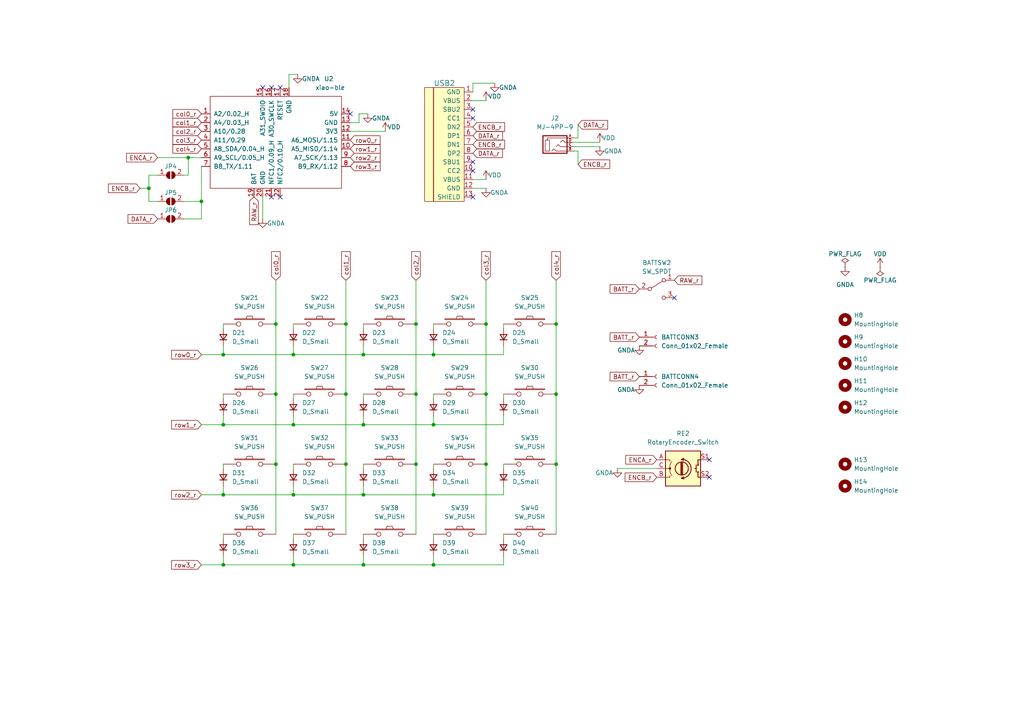
<source format=kicad_sch>
(kicad_sch (version 20211123) (generator eeschema)
  (paper "A4")
  (lib_symbols
    (symbol "Connector:Conn_01x02_Female" (pin_names (offset 1.016) hide)
      (property "Reference" "J" (at 0 2.54 0))
      (property "Value" "Conn_01x02_Female" (at 0 -5.08 0))
      (symbol "Conn_01x02_Female_1_1"
        (arc (start 0 -2.032) (mid -0.508 -2.54) (end 0 -3.048) (stroke (width 0.1524)))
        (polyline (pts (xy -1.27 -2.54) (xy -0.508 -2.54)) (stroke (width 0.1524)))
        (polyline (pts (xy -1.27 0) (xy -0.508 0)) (stroke (width 0.1524)))
        (arc (start 0 0.508) (mid -0.508 0) (end 0 -0.508) (stroke (width 0.1524)))
        (pin passive line (at -5.08 0 0) (length 3.81) (name "Pin_1") (number "1"))
        (pin passive line (at -5.08 -2.54 0) (length 3.81) (name "Pin_2") (number "2"))
      )
    )
    (symbol "Device:D_Small" (pin_numbers hide) (pin_names (offset 0.254) hide)
      (property "Reference" "D" (at -1.27 2.032 0))
      (property "Value" "D_Small" (at -3.81 -2.032 0))
      (symbol "D_Small_0_1"
        (polyline (pts (xy -0.762 -1.016) (xy -0.762 1.016)) (stroke (width 0.254)))
        (polyline (pts (xy -0.762 0) (xy 0.762 0)))
        (polyline (pts (xy 0.762 -1.016) (xy -0.762 0) (xy 0.762 1.016) (xy 0.762 -1.016)) (stroke (width 0.254)))
      )
      (symbol "D_Small_1_1"
        (pin passive line (at -2.54 0 0) (length 1.778) (name "K") (number "1"))
        (pin passive line (at 2.54 0 180) (length 1.778) (name "A") (number "2"))
      )
    )
    (symbol "Device:RotaryEncoder_Switch" (pin_names (offset 0.254) hide)
      (property "Reference" "SW" (at 0 6.604 0))
      (property "Value" "RotaryEncoder_Switch" (at 0 -6.604 0))
      (symbol "RotaryEncoder_Switch_0_1"
        (rectangle (start -5.08 5.08) (end 5.08 -5.08) (stroke (width 0.254)) (fill (type background)))
        (circle (center -3.81 0) (radius 0.254) (fill (type outline)))
        (arc (start -0.381 -2.794) (mid 2.3622 -0.0508) (end -0.381 2.667) (stroke (width 0.254)))
        (circle (center -0.381 0) (radius 1.905) (stroke (width 0.254)))
        (polyline (pts (xy -0.635 -1.778) (xy -0.635 1.778)) (stroke (width 0.254)))
        (polyline (pts (xy -0.381 -1.778) (xy -0.381 1.778)) (stroke (width 0.254)))
        (polyline (pts (xy -0.127 1.778) (xy -0.127 -1.778)) (stroke (width 0.254)))
        (polyline (pts (xy 3.81 0) (xy 3.429 0)) (stroke (width 0.254)))
        (polyline (pts (xy 3.81 1.016) (xy 3.81 -1.016)) (stroke (width 0.254)))
        (polyline (pts (xy -5.08 -2.54) (xy -3.81 -2.54) (xy -3.81 -2.032)))
        (polyline (pts (xy -5.08 2.54) (xy -3.81 2.54) (xy -3.81 2.032)))
        (polyline (pts (xy 0.254 -3.048) (xy -0.508 -2.794) (xy 0.127 -2.413)) (stroke (width 0.254)))
        (polyline (pts (xy 0.254 2.921) (xy -0.508 2.667) (xy 0.127 2.286)) (stroke (width 0.254)))
        (polyline (pts (xy 5.08 -2.54) (xy 4.318 -2.54) (xy 4.318 -1.016)) (stroke (width 0.254)))
        (polyline (pts (xy 5.08 2.54) (xy 4.318 2.54) (xy 4.318 1.016)) (stroke (width 0.254)))
        (polyline (pts (xy -5.08 0) (xy -3.81 0) (xy -3.81 -1.016) (xy -3.302 -2.032)))
        (polyline (pts (xy -4.318 0) (xy -3.81 0) (xy -3.81 1.016) (xy -3.302 2.032)))
        (circle (center 4.318 -1.016) (radius 0.127) (stroke (width 0.254)))
        (circle (center 4.318 1.016) (radius 0.127) (stroke (width 0.254)))
      )
      (symbol "RotaryEncoder_Switch_1_1"
        (pin passive line (at -7.62 2.54 0) (length 2.54) (name "A") (number "A"))
        (pin passive line (at -7.62 -2.54 0) (length 2.54) (name "B") (number "B"))
        (pin passive line (at -7.62 0 0) (length 2.54) (name "C") (number "C"))
        (pin passive line (at 7.62 2.54 180) (length 2.54) (name "S1") (number "S1"))
        (pin passive line (at 7.62 -2.54 180) (length 2.54) (name "S2") (number "S2"))
      )
    )
    (symbol "Jumper:SolderJumper_2_Open" (pin_names (offset 0) hide)
      (property "Reference" "JP" (at 0 2.032 0))
      (property "Value" "SolderJumper_2_Open" (at 0 -2.54 0))
      (symbol "SolderJumper_2_Open_0_1"
        (arc (start -0.254 1.016) (mid -1.27 0) (end -0.254 -1.016))
        (arc (start -0.254 1.016) (mid -1.27 0) (end -0.254 -1.016) (fill (type outline)))
        (polyline (pts (xy -0.254 1.016) (xy -0.254 -1.016)))
        (polyline (pts (xy 0.254 1.016) (xy 0.254 -1.016)))
        (arc (start 0.254 -1.016) (mid 1.27 0) (end 0.254 1.016))
        (arc (start 0.254 -1.016) (mid 1.27 0) (end 0.254 1.016) (fill (type outline)))
      )
      (symbol "SolderJumper_2_Open_1_1"
        (pin passive line (at -3.81 0 0) (length 2.54) (name "A") (number "1"))
        (pin passive line (at 3.81 0 180) (length 2.54) (name "B") (number "2"))
      )
    )
    (symbol "Mechanical:MountingHole" (pin_names (offset 1.016))
      (property "Reference" "H" (at 0 5.08 0))
      (property "Value" "MountingHole" (at 0 3.175 0))
      (symbol "MountingHole_0_1"
        (circle (center 0 0) (radius 1.27) (stroke (width 1.27)))
      )
    )
    (symbol "Switch:SW_SPDT" (pin_names (offset 0) hide)
      (property "Reference" "SW" (at 0 4.318 0))
      (property "Value" "SW_SPDT" (at 0 -5.08 0))
      (symbol "SW_SPDT_0_0"
        (circle (center -2.032 0) (radius 0.508))
        (circle (center 2.032 -2.54) (radius 0.508))
      )
      (symbol "SW_SPDT_0_1"
        (polyline (pts (xy -1.524 0.254) (xy 1.651 2.286)))
        (circle (center 2.032 2.54) (radius 0.508))
      )
      (symbol "SW_SPDT_1_1"
        (pin passive line (at 5.08 2.54 180) (length 2.54) (name "A") (number "1"))
        (pin passive line (at -5.08 0 0) (length 2.54) (name "B") (number "2"))
        (pin passive line (at 5.08 -2.54 180) (length 2.54) (name "C") (number "3"))
      )
    )
    (symbol "kbd:MJ-4PP-9" (pin_names (offset 1.016))
      (property "Reference" "J" (at 0 3.81 0))
      (property "Value" "MJ-4PP-9" (at 0 -3.81 0))
      (symbol "MJ-4PP-9_0_1"
        (rectangle (start -1.905 -1.905) (end -3.175 1.27))
        (polyline (pts (xy -2.54 1.27) (xy -2.54 1.905) (xy 3.175 1.905)))
        (polyline (pts (xy -1.27 -1.905) (xy -0.635 -1.27) (xy 0 -1.905) (xy 3.175 -1.905)))
        (polyline (pts (xy 0 -0.635) (xy 0.635 0) (xy 1.27 -0.635) (xy 3.175 -0.635)))
        (polyline (pts (xy 1.27 0.635) (xy 1.905 1.27) (xy 2.54 0.635) (xy 3.175 0.635)))
        (rectangle (start 3.175 2.54) (end -3.81 -2.54) (stroke (width 0.3048)))
      )
      (symbol "MJ-4PP-9_1_1"
        (pin input line (at 5.08 1.905 180) (length 2.0066) (name "~") (number "A"))
        (pin input line (at 5.08 -1.905 180) (length 2.0066) (name "~") (number "B"))
        (pin input line (at 5.08 -0.635 180) (length 2.0066) (name "~") (number "C"))
        (pin input line (at 5.08 0.635 180) (length 2.0066) (name "~") (number "D"))
      )
    )
    (symbol "kbd:SW_PUSH" (pin_numbers hide) (pin_names (offset 1.016) hide)
      (property "Reference" "SW" (at 3.81 2.794 0))
      (property "Value" "SW_PUSH" (at 0 -2.032 0))
      (symbol "SW_PUSH_0_1"
        (rectangle (start -4.318 1.27) (end 4.318 1.524))
        (polyline (pts (xy -1.016 1.524) (xy -0.762 2.286) (xy 0.762 2.286) (xy 1.016 1.524)))
        (pin passive inverted (at -7.62 0 0) (length 5.08) (name "1") (number "1"))
        (pin passive inverted (at 7.62 0 180) (length 5.08) (name "2") (number "2"))
      )
    )
    (symbol "kleeb-mcu:xiao-ble" (pin_names (offset 1.016))
      (property "Reference" "U" (at -17.78 16.51 0))
      (property "Value" "xiao-ble" (at -15.24 13.97 0))
      (symbol "xiao-ble_0_1"
        (rectangle (start -19.05 12.7) (end 19.05 -13.97))
      )
      (symbol "xiao-ble_1_1"
        (pin bidirectional line (at -21.59 7.62 0) (length 2.54) (name "A2/0.02_H") (number "1"))
        (pin bidirectional line (at 21.59 -2.54 180) (length 2.54) (name "A5_MISO/1.14") (number "10"))
        (pin bidirectional line (at 21.59 0 180) (length 2.54) (name "A6_MOSI/1.15") (number "11"))
        (pin power_out line (at 21.59 2.54 180) (length 2.54) (name "3V3") (number "12"))
        (pin power_out line (at 21.59 5.08 180) (length 2.54) (name "GND") (number "13"))
        (pin power_out line (at 21.59 7.62 180) (length 2.54) (name "5V") (number "14"))
        (pin input line (at -3.81 15.24 270) (length 2.54) (name "A31_SWDIO") (number "15"))
        (pin input line (at -1.27 15.24 270) (length 2.54) (name "A30_SWCLK") (number "16"))
        (pin input line (at 1.27 15.24 270) (length 2.54) (name "RESET") (number "17"))
        (pin power_out line (at 3.81 15.24 270) (length 2.54) (name "GND") (number "18"))
        (pin bidirectional line (at -6.35 -16.51 90) (length 2.54) (name "BAT") (number "19"))
        (pin bidirectional line (at -21.59 5.08 0) (length 2.54) (name "A4/0.03_H") (number "2"))
        (pin power_out line (at -3.81 -16.51 90) (length 2.54) (name "GND") (number "20"))
        (pin bidirectional line (at -1.27 -16.51 90) (length 2.54) (name "NFC1/0.09_H") (number "21"))
        (pin bidirectional line (at 1.27 -16.51 90) (length 2.54) (name "NFC2/0.10_H") (number "22"))
        (pin bidirectional line (at -21.59 2.54 0) (length 2.54) (name "A10/0.28") (number "3"))
        (pin bidirectional line (at -21.59 0 0) (length 2.54) (name "A11/0.29") (number "4"))
        (pin bidirectional line (at -21.59 -2.54 0) (length 2.54) (name "A8_SDA/0.04_H") (number "5"))
        (pin bidirectional line (at -21.59 -5.08 0) (length 2.54) (name "A9_SCL/0.05_H") (number "6"))
        (pin bidirectional line (at -21.59 -7.62 0) (length 2.54) (name "B8_TX/1.11") (number "7"))
        (pin bidirectional line (at 21.59 -7.62 180) (length 2.54) (name "B9_RX/1.12") (number "8"))
        (pin bidirectional line (at 21.59 -5.08 180) (length 2.54) (name "A7_SCK/1.13") (number "9"))
      )
    )
    (symbol "power:GNDA" (power) (pin_names (offset 0))
      (property "Value" "GNDA" (at 0 -3.81 0))
      (symbol "GNDA_0_1"
        (polyline (pts (xy 0 0) (xy 0 -1.27) (xy 1.27 -1.27) (xy 0 -2.54) (xy -1.27 -1.27) (xy 0 -1.27)))
      )
      (symbol "GNDA_1_1"
        (pin power_in line (at 0 0 270) (length 0) hide (name "GNDA") (number "1"))
      )
    )
    (symbol "power:PWR_FLAG" (power) (pin_numbers hide) (pin_names (offset 0) hide)
      (property "Value" "PWR_FLAG" (at 0 3.81 0))
      (symbol "PWR_FLAG_0_0"
        (pin power_out line (at 0 0 90) (length 0) (name "pwr") (number "1"))
      )
      (symbol "PWR_FLAG_0_1"
        (polyline (pts (xy 0 0) (xy 0 1.27) (xy -1.016 1.905) (xy 0 2.54) (xy 1.016 1.905) (xy 0 1.27)))
      )
    )
    (symbol "power:VDD" (power) (pin_names (offset 0))
      (property "Value" "VDD" (at 0 3.81 0))
      (symbol "VDD_0_1"
        (polyline (pts (xy -0.762 1.27) (xy 0 2.54)))
        (polyline (pts (xy 0 0) (xy 0 2.54)))
        (polyline (pts (xy 0 2.54) (xy 0.762 1.27)))
      )
      (symbol "VDD_1_1"
        (pin power_in line (at 0 0 90) (length 0) hide (name "VDD") (number "1"))
      )
    )
    (symbol "typec:HRO-TYPE-C-31-M-12" (pin_names (offset 1.016))
      (property "Reference" "USB" (at -5.08 16.51 0))
      (property "Value" "HRO-TYPE-C-31-M-12" (at -10.16 -1.27 90))
      (symbol "HRO-TYPE-C-31-M-12_0_1"
        (rectangle (start -11.43 15.24) (end -8.89 -17.78) (fill (type background)))
        (rectangle (start 0 -17.78) (end -8.89 15.24) (fill (type background)))
      )
      (symbol "HRO-TYPE-C-31-M-12_1_1"
        (pin input line (at 2.54 13.97 180) (length 2.54) (name "GND") (number "1"))
        (pin input line (at 2.54 -8.89 180) (length 2.54) (name "CC2") (number "10"))
        (pin input line (at 2.54 -11.43 180) (length 2.54) (name "VBUS") (number "11"))
        (pin input line (at 2.54 -13.97 180) (length 2.54) (name "GND") (number "12"))
        (pin input line (at 2.54 -16.51 180) (length 2.54) (name "SHIELD") (number "13"))
        (pin input line (at 2.54 11.43 180) (length 2.54) (name "VBUS") (number "2"))
        (pin input line (at 2.54 8.89 180) (length 2.54) (name "SBU2") (number "3"))
        (pin input line (at 2.54 6.35 180) (length 2.54) (name "CC1") (number "4"))
        (pin input line (at 2.54 3.81 180) (length 2.54) (name "DN2") (number "5"))
        (pin input line (at 2.54 1.27 180) (length 2.54) (name "DP1") (number "6"))
        (pin input line (at 2.54 -1.27 180) (length 2.54) (name "DN1") (number "7"))
        (pin input line (at 2.54 -3.81 180) (length 2.54) (name "DP2") (number "8"))
        (pin input line (at 2.54 -6.35 180) (length 2.54) (name "SBU1") (number "9"))
      )
    )
  )
  (junction (at 54.61 45.72))
  (junction (at 85.09 123.19))
  (junction (at 80.01 134.62))
  (junction (at 64.77 163.83))
  (junction (at 120.65 93.98))
  (junction (at 125.73 143.51))
  (junction (at 105.41 143.51))
  (junction (at 105.41 102.87))
  (junction (at 80.01 114.3))
  (junction (at 125.73 102.87))
  (junction (at 140.97 114.3))
  (junction (at 64.77 102.87))
  (junction (at 85.09 143.51))
  (junction (at 105.41 123.19))
  (junction (at 100.33 114.3))
  (junction (at 64.77 123.19))
  (junction (at 85.09 102.87))
  (junction (at 125.73 123.19))
  (junction (at 64.77 143.51))
  (junction (at 140.97 93.98))
  (junction (at 161.29 93.98))
  (junction (at 105.41 163.83))
  (junction (at 100.33 93.98))
  (junction (at 120.65 134.62))
  (junction (at 85.09 163.83))
  (junction (at 43.18 54.61))
  (junction (at 120.65 114.3))
  (junction (at 125.73 163.83))
  (junction (at 140.97 134.62))
  (junction (at 161.29 114.3))
  (junction (at 58.42 58.42))
  (junction (at 161.29 134.62))
  (junction (at 100.33 134.62))
  (junction (at 80.01 93.98))
  (no_connect (at 195.58 86.36))
  (no_connect (at 81.28 25.4))
  (no_connect (at 78.74 57.15))
  (no_connect (at 81.28 57.15))
  (no_connect (at 137.16 57.15))
  (no_connect (at 76.2 25.4))
  (no_connect (at 137.16 46.99))
  (no_connect (at 137.16 34.29))
  (no_connect (at 78.74 25.4))
  (no_connect (at 205.74 138.43))
  (no_connect (at 101.6 33.02))
  (no_connect (at 137.16 49.53))
  (no_connect (at 137.16 31.75))
  (no_connect (at 205.74 133.35))
  (wire (pts (xy 64.77 161.29) (xy 64.77 163.83)))
  (wire (pts (xy 85.09 123.19) (xy 105.41 123.19)))
  (wire (pts (xy 54.61 50.8) (xy 54.61 45.72)))
  (wire (pts (xy 125.73 134.62) (xy 125.73 135.89)))
  (wire (pts (xy 58.42 102.87) (xy 64.77 102.87)))
  (wire (pts (xy 83.82 21.59) (xy 83.82 25.4)))
  (wire (pts (xy 125.73 120.65) (xy 125.73 123.19)))
  (wire (pts (xy 146.05 134.62) (xy 146.05 135.89)))
  (wire (pts (xy 85.09 161.29) (xy 85.09 163.83)))
  (wire (pts (xy 85.09 140.97) (xy 85.09 143.51)))
  (wire (pts (xy 137.16 24.13) (xy 137.16 26.67)))
  (wire (pts (xy 105.41 114.3) (xy 105.41 115.57)))
  (wire (pts (xy 58.42 48.26) (xy 58.42 58.42)))
  (wire (pts (xy 125.73 102.87) (xy 146.05 102.87)))
  (wire (pts (xy 76.2 57.15) (xy 76.2 63.5)))
  (wire (pts (xy 167.64 43.815) (xy 167.64 47.625)))
  (wire (pts (xy 64.77 154.94) (xy 64.77 156.21)))
  (wire (pts (xy 64.77 114.3) (xy 64.77 115.57)))
  (wire (pts (xy 105.41 154.94) (xy 105.41 156.21)))
  (wire (pts (xy 64.77 143.51) (xy 85.09 143.51)))
  (wire (pts (xy 105.41 161.29) (xy 105.41 163.83)))
  (wire (pts (xy 146.05 161.29) (xy 146.05 163.83)))
  (wire (pts (xy 146.05 154.94) (xy 146.05 156.21)))
  (wire (pts (xy 80.01 114.3) (xy 80.01 134.62)))
  (wire (pts (xy 43.18 54.61) (xy 43.18 58.42)))
  (wire (pts (xy 58.42 123.19) (xy 64.77 123.19)))
  (wire (pts (xy 58.42 58.42) (xy 58.42 63.5)))
  (wire (pts (xy 125.73 154.94) (xy 125.73 156.21)))
  (wire (pts (xy 105.41 100.33) (xy 105.41 102.87)))
  (wire (pts (xy 105.41 143.51) (xy 125.73 143.51)))
  (wire (pts (xy 125.73 161.29) (xy 125.73 163.83)))
  (wire (pts (xy 104.14 35.56) (xy 104.14 33.02)))
  (wire (pts (xy 45.72 50.8) (xy 43.18 50.8)))
  (wire (pts (xy 161.29 114.3) (xy 161.29 134.62)))
  (wire (pts (xy 105.41 120.65) (xy 105.41 123.19)))
  (wire (pts (xy 85.09 154.94) (xy 85.09 156.21)))
  (wire (pts (xy 166.37 41.275) (xy 173.99 41.275)))
  (wire (pts (xy 166.37 42.545) (xy 173.99 42.545)))
  (wire (pts (xy 161.29 81.28) (xy 161.29 93.98)))
  (wire (pts (xy 137.16 29.21) (xy 140.97 29.21)))
  (wire (pts (xy 161.29 134.62) (xy 161.29 154.94)))
  (wire (pts (xy 125.73 143.51) (xy 146.05 143.51)))
  (wire (pts (xy 137.16 24.13) (xy 143.51 24.13)))
  (wire (pts (xy 125.73 114.3) (xy 125.73 115.57)))
  (wire (pts (xy 85.09 93.98) (xy 85.09 95.25)))
  (wire (pts (xy 85.09 134.62) (xy 85.09 135.89)))
  (wire (pts (xy 100.33 134.62) (xy 100.33 154.94)))
  (wire (pts (xy 190.5 135.89) (xy 179.07 135.89)))
  (wire (pts (xy 64.77 134.62) (xy 64.77 135.89)))
  (wire (pts (xy 125.73 123.19) (xy 146.05 123.19)))
  (wire (pts (xy 54.61 50.8) (xy 53.34 50.8)))
  (wire (pts (xy 120.65 114.3) (xy 120.65 134.62)))
  (wire (pts (xy 64.77 140.97) (xy 64.77 143.51)))
  (wire (pts (xy 146.05 93.98) (xy 146.05 95.25)))
  (wire (pts (xy 80.01 134.62) (xy 80.01 154.94)))
  (wire (pts (xy 86.36 21.59) (xy 83.82 21.59)))
  (wire (pts (xy 105.41 93.98) (xy 105.41 95.25)))
  (wire (pts (xy 64.77 123.19) (xy 85.09 123.19)))
  (wire (pts (xy 85.09 102.87) (xy 105.41 102.87)))
  (wire (pts (xy 161.29 93.98) (xy 161.29 114.3)))
  (wire (pts (xy 64.77 163.83) (xy 85.09 163.83)))
  (wire (pts (xy 125.73 100.33) (xy 125.73 102.87)))
  (wire (pts (xy 64.77 100.33) (xy 64.77 102.87)))
  (wire (pts (xy 43.18 50.8) (xy 43.18 54.61)))
  (wire (pts (xy 125.73 163.83) (xy 146.05 163.83)))
  (wire (pts (xy 166.37 43.815) (xy 167.64 43.815)))
  (wire (pts (xy 85.09 100.33) (xy 85.09 102.87)))
  (wire (pts (xy 80.01 81.28) (xy 80.01 93.98)))
  (wire (pts (xy 100.33 81.28) (xy 100.33 93.98)))
  (wire (pts (xy 105.41 163.83) (xy 125.73 163.83)))
  (wire (pts (xy 105.41 134.62) (xy 105.41 135.89)))
  (wire (pts (xy 40.64 54.61) (xy 43.18 54.61)))
  (wire (pts (xy 146.05 120.65) (xy 146.05 123.19)))
  (wire (pts (xy 101.6 35.56) (xy 104.14 35.56)))
  (wire (pts (xy 85.09 114.3) (xy 85.09 115.57)))
  (wire (pts (xy 85.09 120.65) (xy 85.09 123.19)))
  (wire (pts (xy 105.41 140.97) (xy 105.41 143.51)))
  (wire (pts (xy 105.41 102.87) (xy 125.73 102.87)))
  (wire (pts (xy 100.33 114.3) (xy 100.33 134.62)))
  (wire (pts (xy 54.61 45.72) (xy 58.42 45.72)))
  (wire (pts (xy 64.77 93.98) (xy 64.77 95.25)))
  (wire (pts (xy 140.97 114.3) (xy 140.97 134.62)))
  (wire (pts (xy 167.64 36.195) (xy 167.64 40.005)))
  (wire (pts (xy 58.42 143.51) (xy 64.77 143.51)))
  (wire (pts (xy 64.77 120.65) (xy 64.77 123.19)))
  (wire (pts (xy 146.05 100.33) (xy 146.05 102.87)))
  (wire (pts (xy 137.16 54.61) (xy 140.97 54.61)))
  (wire (pts (xy 43.18 58.42) (xy 45.72 58.42)))
  (wire (pts (xy 53.34 58.42) (xy 58.42 58.42)))
  (wire (pts (xy 125.73 93.98) (xy 125.73 95.25)))
  (wire (pts (xy 104.14 33.02) (xy 106.68 33.02)))
  (wire (pts (xy 85.09 163.83) (xy 105.41 163.83)))
  (wire (pts (xy 125.73 140.97) (xy 125.73 143.51)))
  (wire (pts (xy 120.65 81.28) (xy 120.65 93.98)))
  (wire (pts (xy 58.42 163.83) (xy 64.77 163.83)))
  (wire (pts (xy 100.33 93.98) (xy 100.33 114.3)))
  (wire (pts (xy 105.41 123.19) (xy 125.73 123.19)))
  (wire (pts (xy 101.6 38.1) (xy 111.76 38.1)))
  (wire (pts (xy 85.09 143.51) (xy 105.41 143.51)))
  (wire (pts (xy 120.65 134.62) (xy 120.65 154.94)))
  (wire (pts (xy 140.97 134.62) (xy 140.97 154.94)))
  (wire (pts (xy 80.01 93.98) (xy 80.01 114.3)))
  (wire (pts (xy 166.37 40.005) (xy 167.64 40.005)))
  (wire (pts (xy 140.97 93.98) (xy 140.97 114.3)))
  (wire (pts (xy 146.05 140.97) (xy 146.05 143.51)))
  (wire (pts (xy 120.65 93.98) (xy 120.65 114.3)))
  (wire (pts (xy 53.34 63.5) (xy 58.42 63.5)))
  (wire (pts (xy 146.05 114.3) (xy 146.05 115.57)))
  (wire (pts (xy 45.72 45.72) (xy 54.61 45.72)))
  (wire (pts (xy 64.77 102.87) (xy 85.09 102.87)))
  (wire (pts (xy 140.97 81.28) (xy 140.97 93.98)))
  (wire (pts (xy 137.16 52.07) (xy 140.97 52.07)))
  (global_label "row1_r" (shape input) (at 58.42 123.19 180) (property "Intersheet References" "${INTERSHEET_REFS}" (effects hide)))
  (global_label "row2_r" (shape input) (at 58.42 143.51 180) (property "Intersheet References" "${INTERSHEET_REFS}" (effects hide)))
  (global_label "col2_r" (shape input) (at 120.65 81.28 90) (property "Intersheet References" "${INTERSHEET_REFS}" (effects hide)))
  (global_label "DATA_r" (shape input) (at 45.72 63.5 180) (property "Intersheet References" "${INTERSHEET_REFS}" (effects hide)))
  (global_label "col1_r" (shape input) (at 58.42 35.56 180) (property "Intersheet References" "${INTERSHEET_REFS}" (effects hide)))
  (global_label "col3_r" (shape input) (at 140.97 81.28 90) (property "Intersheet References" "${INTERSHEET_REFS}" (effects hide)))
  (global_label "col0_r" (shape input) (at 58.42 33.02 180) (property "Intersheet References" "${INTERSHEET_REFS}" (effects hide)))
  (global_label "ENCA_r" (shape input) (at 190.5 133.35 180) (property "Intersheet References" "${INTERSHEET_REFS}" (effects hide)))
  (global_label "col3_r" (shape input) (at 58.42 40.64 180) (property "Intersheet References" "${INTERSHEET_REFS}" (effects hide)))
  (global_label "RAW_r" (shape input) (at 195.58 81.28 0) (property "Intersheet References" "${INTERSHEET_REFS}" (effects hide)))
  (global_label "row3_r" (shape input) (at 101.6 48.26 0) (property "Intersheet References" "${INTERSHEET_REFS}" (effects hide)))
  (global_label "row0_r" (shape input) (at 58.42 102.87 180) (property "Intersheet References" "${INTERSHEET_REFS}" (effects hide)))
  (global_label "row1_r" (shape input) (at 101.6 43.18 0) (property "Intersheet References" "${INTERSHEET_REFS}" (effects hide)))
  (global_label "BATT_r" (shape input) (at 185.42 109.22 180) (property "Intersheet References" "${INTERSHEET_REFS}" (effects hide)))
  (global_label "ENCB_r" (shape input) (at 137.16 41.91 0) (property "Intersheet References" "${INTERSHEET_REFS}" (effects hide)))
  (global_label "ENCB_r" (shape input) (at 40.64 54.61 180) (property "Intersheet References" "${INTERSHEET_REFS}" (effects hide)))
  (global_label "col4_r" (shape input) (at 161.29 81.28 90) (property "Intersheet References" "${INTERSHEET_REFS}" (effects hide)))
  (global_label "DATA_r" (shape input) (at 137.16 44.45 0) (property "Intersheet References" "${INTERSHEET_REFS}" (effects hide)))
  (global_label "BATT_r" (shape input) (at 185.42 97.79 180) (property "Intersheet References" "${INTERSHEET_REFS}" (effects hide)))
  (global_label "ENCB_r" (shape input) (at 190.5 138.43 180) (property "Intersheet References" "${INTERSHEET_REFS}" (effects hide)))
  (global_label "col1_r" (shape input) (at 100.33 81.28 90) (property "Intersheet References" "${INTERSHEET_REFS}" (effects hide)))
  (global_label "row2_r" (shape input) (at 101.6 45.72 0) (property "Intersheet References" "${INTERSHEET_REFS}" (effects hide)))
  (global_label "DATA_r" (shape input) (at 137.16 39.37 0) (property "Intersheet References" "${INTERSHEET_REFS}" (effects hide)))
  (global_label "DATA_r" (shape input) (at 167.64 36.195 0) (property "Intersheet References" "${INTERSHEET_REFS}" (effects hide)))
  (global_label "RAW_r" (shape input) (at 73.66 57.15 270) (property "Intersheet References" "${INTERSHEET_REFS}" (effects hide)))
  (global_label "col2_r" (shape input) (at 58.42 38.1 180) (property "Intersheet References" "${INTERSHEET_REFS}" (effects hide)))
  (global_label "col0_r" (shape input) (at 80.01 81.28 90) (property "Intersheet References" "${INTERSHEET_REFS}" (effects hide)))
  (global_label "col4_r" (shape input) (at 58.42 43.18 180) (property "Intersheet References" "${INTERSHEET_REFS}" (effects hide)))
  (global_label "ENCB_r" (shape input) (at 167.64 47.625 0) (property "Intersheet References" "${INTERSHEET_REFS}" (effects hide)))
  (global_label "row3_r" (shape input) (at 58.42 163.83 180) (property "Intersheet References" "${INTERSHEET_REFS}" (effects hide)))
  (global_label "ENCB_r" (shape input) (at 137.16 36.83 0) (property "Intersheet References" "${INTERSHEET_REFS}" (effects hide)))
  (global_label "ENCA_r" (shape input) (at 45.72 45.72 180) (property "Intersheet References" "${INTERSHEET_REFS}" (effects hide)))
  (global_label "BATT_r" (shape input) (at 185.42 83.82 180) (property "Intersheet References" "${INTERSHEET_REFS}" (effects hide)))
  (global_label "row0_r" (shape input) (at 101.6 40.64 0) (property "Intersheet References" "${INTERSHEET_REFS}" (effects hide)))
  (symbol (lib_id "power:GNDA") (at 76.2 63.5 0) (unit 1)
    (property "Reference" "#PWR010" (effects hide))
    (property "Value" "GNDA" (at 80.01 64.77 0))
  )
  (symbol (lib_id "typec:HRO-TYPE-C-31-M-12") (at 134.62 40.64 0) (unit 1)
    (property "Reference" "USB2" (at 128.905 24.13 0) (effects (font (size 1.524 1.524))))
    (property "Value" "HRO-TYPE-C-31-M-12" (effects hide))
    (property "Footprint" "pica:HRO-TYPE-C-31-M-12-data" (effects hide))
  )
  (symbol (lib_id "kbd:SW_PUSH") (at 72.39 114.3 0) (unit 1)
    (property "Reference" "SW26" (at 72.39 106.68 0))
    (property "Value" "SW_PUSH" (at 72.39 109.22 0))
    (property "Footprint" "pica:CherryMX_Hotswap_ChocV2" (effects hide))
  )
  (symbol (lib_id "Device:D_Small") (at 125.73 97.79 90) (unit 1)
    (property "Reference" "D24" (at 128.27 96.5199 90) (effects (justify right)))
    (property "Value" "D_Small" (at 128.27 99.0599 90) (effects (justify right)))
    (property "Footprint" "pica:D3_SMD" (effects hide))
  )
  (symbol (lib_id "Device:D_Small") (at 85.09 118.11 90) (unit 1)
    (property "Reference" "D27" (at 87.63 116.8399 90) (effects (justify right)))
    (property "Value" "D_Small" (at 87.63 119.3799 90) (effects (justify right)))
    (property "Footprint" "pica:D3_SMD" (effects hide))
  )
  (symbol (lib_id "Mechanical:MountingHole") (at 245.11 99.06 0) (unit 1)
    (property "Reference" "H9" (at 247.65 97.7899 0) (effects (justify left)))
    (property "Value" "MountingHole" (at 247.65 100.3299 0) (effects (justify left)))
    (property "Footprint" "pica:spacer_m2_3.4" (effects hide))
  )
  (symbol (lib_id "Connector:Conn_01x02_Female") (at 190.5 97.79 0) (unit 1)
    (property "Reference" "BATTCONN3" (at 191.77 97.7899 0) (effects (justify left)))
    (property "Value" "Conn_01x02_Female" (at 191.77 100.3299 0) (effects (justify left)))
    (property "Footprint" "pica:JST_PH_S2B-PH-K_1x02_P2.00mm" (effects hide))
  )
  (symbol (lib_id "Jumper:SolderJumper_2_Open") (at 49.53 58.42 0) (unit 1)
    (property "Reference" "JP5" (at 49.53 55.88 0))
    (property "Value" "SolderJumper_2_Open" (effects hide))
    (property "Footprint" "Jumper:SolderJumper-2_P1.3mm_Open_TrianglePad1.0x1.5mm" (effects hide))
  )
  (symbol (lib_id "kbd:SW_PUSH") (at 153.67 114.3 0) (unit 1)
    (property "Reference" "SW30" (at 153.67 106.68 0))
    (property "Value" "SW_PUSH" (at 153.67 109.22 0))
    (property "Footprint" "pica:CherryMX_Hotswap_ChocV2" (effects hide))
  )
  (symbol (lib_id "power:GNDA") (at 245.11 77.47 0) (unit 1)
    (property "Reference" "#PWR011" (effects hide))
    (property "Value" "GNDA" (at 245.11 82.55 0))
  )
  (symbol (lib_id "power:GNDA") (at 143.51 24.13 0) (unit 1)
    (property "Reference" "#PWR02" (effects hide))
    (property "Value" "GNDA" (at 147.32 25.4 0))
  )
  (symbol (lib_id "Device:D_Small") (at 146.05 138.43 90) (unit 1)
    (property "Reference" "D35" (at 148.59 137.1599 90) (effects (justify right)))
    (property "Value" "D_Small" (at 148.59 139.6999 90) (effects (justify right)))
    (property "Footprint" "pica:D3_SMD" (effects hide))
  )
  (symbol (lib_id "kbd:SW_PUSH") (at 113.03 114.3 0) (unit 1)
    (property "Reference" "SW28" (at 113.03 106.68 0))
    (property "Value" "SW_PUSH" (at 113.03 109.22 0))
    (property "Footprint" "pica:CherryMX_Hotswap_ChocV2" (effects hide))
  )
  (symbol (lib_id "kbd:SW_PUSH") (at 92.71 154.94 0) (unit 1)
    (property "Reference" "SW37" (at 92.71 147.32 0))
    (property "Value" "SW_PUSH" (at 92.71 149.86 0))
    (property "Footprint" "pica:CherryMX_Hotswap_ChocV2" (effects hide))
  )
  (symbol (lib_id "kbd:SW_PUSH") (at 92.71 114.3 0) (unit 1)
    (property "Reference" "SW27" (at 92.71 106.68 0))
    (property "Value" "SW_PUSH" (at 92.71 109.22 0))
    (property "Footprint" "pica:CherryMX_Hotswap_ChocV2" (effects hide))
  )
  (symbol (lib_id "kbd:SW_PUSH") (at 153.67 134.62 0) (unit 1)
    (property "Reference" "SW35" (at 153.67 127 0))
    (property "Value" "SW_PUSH" (at 153.67 129.54 0))
    (property "Footprint" "pica:CherryMX_Hotswap_ChocV2" (effects hide))
  )
  (symbol (lib_id "Device:D_Small") (at 125.73 118.11 90) (unit 1)
    (property "Reference" "D29" (at 128.27 116.8399 90) (effects (justify right)))
    (property "Value" "D_Small" (at 128.27 119.3799 90) (effects (justify right)))
    (property "Footprint" "pica:D3_SMD" (effects hide))
  )
  (symbol (lib_id "Device:D_Small") (at 64.77 118.11 90) (unit 1)
    (property "Reference" "D26" (at 67.31 116.8399 90) (effects (justify right)))
    (property "Value" "D_Small" (at 67.31 119.3799 90) (effects (justify right)))
    (property "Footprint" "pica:D3_SMD" (effects hide))
  )
  (symbol (lib_id "Device:D_Small") (at 105.41 138.43 90) (unit 1)
    (property "Reference" "D33" (at 107.95 137.1599 90) (effects (justify right)))
    (property "Value" "D_Small" (at 107.95 139.6999 90) (effects (justify right)))
    (property "Footprint" "pica:D3_SMD" (effects hide))
  )
  (symbol (lib_id "Device:D_Small") (at 105.41 97.79 90) (unit 1)
    (property "Reference" "D23" (at 107.95 96.5199 90) (effects (justify right)))
    (property "Value" "D_Small" (at 107.95 99.0599 90) (effects (justify right)))
    (property "Footprint" "pica:D3_SMD" (effects hide))
  )
  (symbol (lib_id "kbd:SW_PUSH") (at 92.71 134.62 0) (unit 1)
    (property "Reference" "SW32" (at 92.71 127 0))
    (property "Value" "SW_PUSH" (at 92.71 129.54 0))
    (property "Footprint" "pica:CherryMX_Hotswap_ChocV2" (effects hide))
  )
  (symbol (lib_id "Device:D_Small") (at 105.41 118.11 90) (unit 1)
    (property "Reference" "D28" (at 107.95 116.8399 90) (effects (justify right)))
    (property "Value" "D_Small" (at 107.95 119.3799 90) (effects (justify right)))
    (property "Footprint" "pica:D3_SMD" (effects hide))
  )
  (symbol (lib_id "kbd:SW_PUSH") (at 72.39 154.94 0) (unit 1)
    (property "Reference" "SW36" (at 72.39 147.32 0))
    (property "Value" "SW_PUSH" (at 72.39 149.86 0))
    (property "Footprint" "pica:CherryMX_Hotswap_ChocV2" (effects hide))
  )
  (symbol (lib_id "power:GNDA") (at 140.97 54.61 0) (unit 1)
    (property "Reference" "#PWR09" (effects hide))
    (property "Value" "GNDA" (at 144.78 55.88 0))
  )
  (symbol (lib_id "power:VDD") (at 255.27 77.47 0) (unit 1)
    (property "Reference" "#PWR012" (effects hide))
    (property "Value" "VDD" (at 255.27 73.66 0))
  )
  (symbol (lib_id "Device:D_Small") (at 85.09 97.79 90) (unit 1)
    (property "Reference" "D22" (at 87.63 96.5199 90) (effects (justify right)))
    (property "Value" "D_Small" (at 87.63 99.0599 90) (effects (justify right)))
    (property "Footprint" "pica:D3_SMD" (effects hide))
  )
  (symbol (lib_id "kleeb-mcu:xiao-ble") (at 80.01 40.64 0) (unit 1)
    (property "Reference" "U2" (at 93.98 22.86 0) (effects (justify left)))
    (property "Value" "xiao-ble" (at 91.44 25.4 0) (effects (justify left)))
    (property "Footprint" "pica:xiao-ble-tht" (effects hide))
  )
  (symbol (lib_id "power:VDD") (at 111.76 38.1 0) (unit 1)
    (property "Reference" "#PWR05" (effects hide))
    (property "Value" "VDD" (at 114.3 36.83 0))
  )
  (symbol (lib_id "Device:D_Small") (at 125.73 138.43 90) (unit 1)
    (property "Reference" "D34" (at 128.27 137.1599 90) (effects (justify right)))
    (property "Value" "D_Small" (at 128.27 139.6999 90) (effects (justify right)))
    (property "Footprint" "pica:D3_SMD" (effects hide))
  )
  (symbol (lib_id "kbd:SW_PUSH") (at 153.67 154.94 0) (unit 1)
    (property "Reference" "SW40" (at 153.67 147.32 0))
    (property "Value" "SW_PUSH" (at 153.67 149.86 0))
    (property "Footprint" "pica:CherryMX_Hotswap_ChocV2_1.5" (effects hide))
  )
  (symbol (lib_id "kbd:SW_PUSH") (at 72.39 93.98 0) (unit 1)
    (property "Reference" "SW21" (at 72.39 86.36 0))
    (property "Value" "SW_PUSH" (at 72.39 88.9 0))
    (property "Footprint" "pica:CherryMX_Hotswap_ChocV2" (effects hide))
  )
  (symbol (lib_id "kbd:SW_PUSH") (at 113.03 93.98 0) (unit 1)
    (property "Reference" "SW23" (at 113.03 86.36 0))
    (property "Value" "SW_PUSH" (at 113.03 88.9 0))
    (property "Footprint" "pica:CherryMX_Hotswap_ChocV2" (effects hide))
  )
  (symbol (lib_id "power:GNDA") (at 106.68 33.02 0) (unit 1)
    (property "Reference" "#PWR04" (effects hide))
    (property "Value" "GNDA" (at 110.49 34.29 0))
  )
  (symbol (lib_id "Mechanical:MountingHole") (at 245.11 92.71 0) (unit 1)
    (property "Reference" "H8" (at 247.65 91.4399 0) (effects (justify left)))
    (property "Value" "MountingHole" (at 247.65 93.9799 0) (effects (justify left)))
    (property "Footprint" "pica:spacer_m2_3.4" (effects hide))
  )
  (symbol (lib_id "Mechanical:MountingHole") (at 245.11 111.76 0) (unit 1)
    (property "Reference" "H11" (at 247.65 110.4899 0) (effects (justify left)))
    (property "Value" "MountingHole" (at 247.65 113.0299 0) (effects (justify left)))
    (property "Footprint" "pica:spacer_m2_3.4" (effects hide))
  )
  (symbol (lib_id "power:GNDA") (at 86.36 21.59 0) (unit 1)
    (property "Reference" "#PWR01" (effects hide))
    (property "Value" "GNDA" (at 90.17 22.86 0))
  )
  (symbol (lib_id "Device:D_Small") (at 146.05 158.75 90) (unit 1)
    (property "Reference" "D40" (at 148.59 157.4799 90) (effects (justify right)))
    (property "Value" "D_Small" (at 148.59 160.0199 90) (effects (justify right)))
    (property "Footprint" "pica:D3_SMD" (effects hide))
  )
  (symbol (lib_id "Mechanical:MountingHole") (at 245.11 140.97 0) (unit 1)
    (property "Reference" "H14" (at 247.65 139.6999 0) (effects (justify left)))
    (property "Value" "MountingHole" (at 247.65 142.2399 0) (effects (justify left)))
    (property "Footprint" "kbd:thread_m2" (effects hide))
  )
  (symbol (lib_id "Device:RotaryEncoder_Switch") (at 198.12 135.89 0) (unit 1)
    (property "Reference" "RE2" (at 198.12 125.73 0))
    (property "Value" "RotaryEncoder_Switch" (at 198.12 128.27 0))
    (property "Footprint" "pica:RotaryEncoder_EC11" (effects hide))
  )
  (symbol (lib_id "Mechanical:MountingHole") (at 245.11 134.62 0) (unit 1)
    (property "Reference" "H13" (at 247.65 133.3499 0) (effects (justify left)))
    (property "Value" "MountingHole" (at 247.65 135.8899 0) (effects (justify left)))
    (property "Footprint" "kbd:thread_m2" (effects hide))
  )
  (symbol (lib_id "kbd:SW_PUSH") (at 113.03 154.94 0) (unit 1)
    (property "Reference" "SW38" (at 113.03 147.32 0))
    (property "Value" "SW_PUSH" (at 113.03 149.86 0))
    (property "Footprint" "pica:CherryMX_Hotswap_ChocV2" (effects hide))
  )
  (symbol (lib_id "Device:D_Small") (at 146.05 118.11 90) (unit 1)
    (property "Reference" "D30" (at 148.59 116.8399 90) (effects (justify right)))
    (property "Value" "D_Small" (at 148.59 119.3799 90) (effects (justify right)))
    (property "Footprint" "pica:D3_SMD" (effects hide))
  )
  (symbol (lib_id "kbd:SW_PUSH") (at 153.67 93.98 0) (unit 1)
    (property "Reference" "SW25" (at 153.67 86.36 0))
    (property "Value" "SW_PUSH" (at 153.67 88.9 0))
    (property "Footprint" "pica:CherryMX_Hotswap_ChocV2" (effects hide))
  )
  (symbol (lib_id "Device:D_Small") (at 85.09 158.75 90) (unit 1)
    (property "Reference" "D37" (at 87.63 157.4799 90) (effects (justify right)))
    (property "Value" "D_Small" (at 87.63 160.0199 90) (effects (justify right)))
    (property "Footprint" "pica:D3_SMD" (effects hide))
  )
  (symbol (lib_id "Switch:SW_SPDT") (at 190.5 83.82 0) (unit 1)
    (property "Reference" "BATTSW2" (at 190.5 76.2 0))
    (property "Value" "SW_SPDT" (at 190.5 78.74 0))
    (property "Footprint" "Button_Switch_SMD:SW_SPDT_PCM12" (effects hide))
  )
  (symbol (lib_id "kbd:SW_PUSH") (at 133.35 154.94 0) (unit 1)
    (property "Reference" "SW39" (at 133.35 147.32 0))
    (property "Value" "SW_PUSH" (at 133.35 149.86 0))
    (property "Footprint" "pica:CherryMX_Hotswap_ChocV2" (effects hide))
  )
  (symbol (lib_id "power:PWR_FLAG") (at 255.27 77.47 180) (unit 1)
    (property "Reference" "#FLG02" (effects hide))
    (property "Value" "PWR_FLAG" (at 255.27 81.28 0))
  )
  (symbol (lib_id "power:GNDA") (at 185.42 100.33 0) (unit 1)
    (property "Reference" "#PWR013" (effects hide))
    (property "Value" "GNDA" (at 181.61 101.6 0))
  )
  (symbol (lib_id "power:PWR_FLAG") (at 245.11 77.47 0) (unit 1)
    (property "Reference" "#FLG01" (effects hide))
    (property "Value" "PWR_FLAG" (at 245.11 73.66 0))
  )
  (symbol (lib_id "power:VDD") (at 140.97 29.21 0) (unit 1)
    (property "Reference" "#PWR03" (effects hide))
    (property "Value" "VDD" (at 143.51 27.94 0))
  )
  (symbol (lib_id "power:GNDA") (at 179.07 135.89 0) (unit 1)
    (property "Reference" "#PWR015" (effects hide))
    (property "Value" "GNDA" (at 175.26 137.16 0))
  )
  (symbol (lib_id "Device:D_Small") (at 105.41 158.75 90) (unit 1)
    (property "Reference" "D38" (at 107.95 157.4799 90) (effects (justify right)))
    (property "Value" "D_Small" (at 107.95 160.0199 90) (effects (justify right)))
    (property "Footprint" "pica:D3_SMD" (effects hide))
  )
  (symbol (lib_id "Device:D_Small") (at 85.09 138.43 90) (unit 1)
    (property "Reference" "D32" (at 87.63 137.1599 90) (effects (justify right)))
    (property "Value" "D_Small" (at 87.63 139.6999 90) (effects (justify right)))
    (property "Footprint" "pica:D3_SMD" (effects hide))
  )
  (symbol (lib_id "power:VDD") (at 140.97 52.07 0) (unit 1)
    (property "Reference" "#PWR08" (effects hide))
    (property "Value" "VDD" (at 143.51 50.8 0))
  )
  (symbol (lib_id "kbd:SW_PUSH") (at 133.35 134.62 0) (unit 1)
    (property "Reference" "SW34" (at 133.35 127 0))
    (property "Value" "SW_PUSH" (at 133.35 129.54 0))
    (property "Footprint" "pica:CherryMX_Hotswap_ChocV2" (effects hide))
  )
  (symbol (lib_id "Device:D_Small") (at 64.77 138.43 90) (unit 1)
    (property "Reference" "D31" (at 67.31 137.1599 90) (effects (justify right)))
    (property "Value" "D_Small" (at 67.31 139.6999 90) (effects (justify right)))
    (property "Footprint" "pica:D3_SMD" (effects hide))
  )
  (symbol (lib_id "power:GNDA") (at 185.42 111.76 0) (unit 1)
    (property "Reference" "#PWR014" (effects hide))
    (property "Value" "GNDA" (at 181.61 113.03 0))
  )
  (symbol (lib_id "kbd:SW_PUSH") (at 92.71 93.98 0) (unit 1)
    (property "Reference" "SW22" (at 92.71 86.36 0))
    (property "Value" "SW_PUSH" (at 92.71 88.9 0))
    (property "Footprint" "pica:CherryMX_Hotswap_ChocV2" (effects hide))
  )
  (symbol (lib_id "Mechanical:MountingHole") (at 245.11 118.11 0) (unit 1)
    (property "Reference" "H12" (at 247.65 116.8399 0) (effects (justify left)))
    (property "Value" "MountingHole" (at 247.65 119.3799 0) (effects (justify left)))
    (property "Footprint" "pica:spacer_m2_3.4" (effects hide))
  )
  (symbol (lib_id "Jumper:SolderJumper_2_Open") (at 49.53 50.8 0) (unit 1)
    (property "Reference" "JP4" (at 49.53 48.26 0))
    (property "Value" "SolderJumper_2_Open" (effects hide))
    (property "Footprint" "Jumper:SolderJumper-2_P1.3mm_Open_TrianglePad1.0x1.5mm" (effects hide))
  )
  (symbol (lib_id "kbd:MJ-4PP-9") (at 161.29 41.91 0) (unit 1)
    (property "Reference" "J2" (at 160.9725 34.29 0))
    (property "Value" "MJ-4PP-9" (at 160.9725 36.83 0))
    (property "Footprint" "pica:MJ-4PP-9_1side" (effects hide))
  )
  (symbol (lib_id "power:GNDA") (at 173.99 42.545 0) (unit 1)
    (property "Reference" "#PWR07" (effects hide))
    (property "Value" "GNDA" (at 177.8 43.815 0))
  )
  (symbol (lib_id "Device:D_Small") (at 125.73 158.75 90) (unit 1)
    (property "Reference" "D39" (at 128.27 157.4799 90) (effects (justify right)))
    (property "Value" "D_Small" (at 128.27 160.0199 90) (effects (justify right)))
    (property "Footprint" "pica:D3_SMD" (effects hide))
  )
  (symbol (lib_id "Device:D_Small") (at 146.05 97.79 90) (unit 1)
    (property "Reference" "D25" (at 148.59 96.5199 90) (effects (justify right)))
    (property "Value" "D_Small" (at 148.59 99.0599 90) (effects (justify right)))
    (property "Footprint" "pica:D3_SMD" (effects hide))
  )
  (symbol (lib_id "Device:D_Small") (at 64.77 97.79 90) (unit 1)
    (property "Reference" "D21" (at 67.31 96.5199 90) (effects (justify right)))
    (property "Value" "D_Small" (at 67.31 99.0599 90) (effects (justify right)))
    (property "Footprint" "pica:D3_SMD" (effects hide))
  )
  (symbol (lib_id "Connector:Conn_01x02_Female") (at 190.5 109.22 0) (unit 1)
    (property "Reference" "BATTCONN4" (at 191.77 109.2199 0) (effects (justify left)))
    (property "Value" "Conn_01x02_Female" (at 191.77 111.7599 0) (effects (justify left)))
    (property "Footprint" "pica:JST_PH_S2B-PH-K_1x02_P2.00mm" (effects hide))
  )
  (symbol (lib_id "Jumper:SolderJumper_2_Open") (at 49.53 63.5 0) (unit 1)
    (property "Reference" "JP6" (at 49.53 60.96 0))
    (property "Value" "SolderJumper_2_Open" (effects hide))
    (property "Footprint" "Jumper:SolderJumper-2_P1.3mm_Open_TrianglePad1.0x1.5mm" (effects hide))
  )
  (symbol (lib_id "power:VDD") (at 173.99 41.275 0) (unit 1)
    (property "Reference" "#PWR06" (effects hide))
    (property "Value" "VDD" (at 176.53 40.005 0))
  )
  (symbol (lib_id "kbd:SW_PUSH") (at 72.39 134.62 0) (unit 1)
    (property "Reference" "SW31" (at 72.39 127 0))
    (property "Value" "SW_PUSH" (at 72.39 129.54 0))
    (property "Footprint" "pica:CherryMX_Hotswap_ChocV2" (effects hide))
  )
  (symbol (lib_id "kbd:SW_PUSH") (at 113.03 134.62 0) (unit 1)
    (property "Reference" "SW33" (at 113.03 127 0))
    (property "Value" "SW_PUSH" (at 113.03 129.54 0))
    (property "Footprint" "pica:CherryMX_Hotswap_ChocV2" (effects hide))
  )
  (symbol (lib_id "kbd:SW_PUSH") (at 133.35 93.98 0) (unit 1)
    (property "Reference" "SW24" (at 133.35 86.36 0))
    (property "Value" "SW_PUSH" (at 133.35 88.9 0))
    (property "Footprint" "pica:CherryMX_Hotswap_ChocV2" (effects hide))
  )
  (symbol (lib_id "Mechanical:MountingHole") (at 245.11 105.41 180) (unit 1)
    (property "Reference" "H10" (at 247.65 104.1399 0) (effects (justify right)))
    (property "Value" "MountingHole" (at 247.65 106.6799 0) (effects (justify right)))
    (property "Footprint" "pica:spacer_m2_3.4" (effects hide))
  )
  (symbol (lib_id "Device:D_Small") (at 64.77 158.75 90) (unit 1)
    (property "Reference" "D36" (at 67.31 157.4799 90) (effects (justify right)))
    (property "Value" "D_Small" (at 67.31 160.0199 90) (effects (justify right)))
    (property "Footprint" "pica:D3_SMD" (effects hide))
  )
  (symbol (lib_id "kbd:SW_PUSH") (at 133.35 114.3 0) (unit 1)
    (property "Reference" "SW29" (at 133.35 106.68 0))
    (property "Value" "SW_PUSH" (at 133.35 109.22 0))
    (property "Footprint" "pica:CherryMX_Hotswap_ChocV2" (effects hide))
  )
)
</source>
